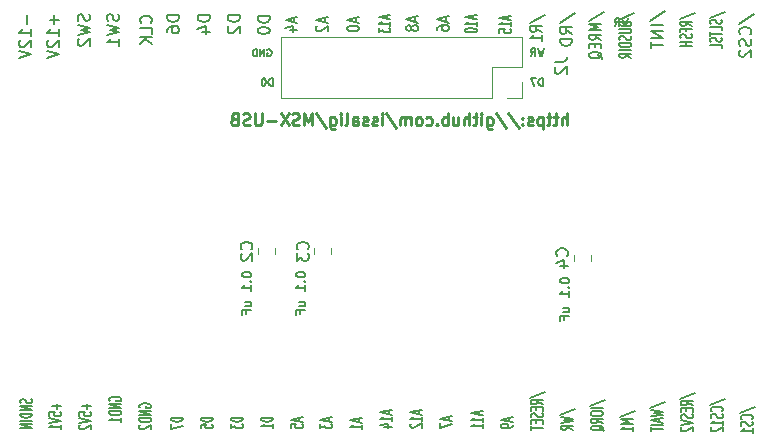
<source format=gbr>
G04 #@! TF.GenerationSoftware,KiCad,Pcbnew,5.1.5+dfsg1-2build2*
G04 #@! TF.CreationDate,2021-12-18T12:39:18+01:00*
G04 #@! TF.ProjectId,MSX USB Drive,4d535820-5553-4422-9044-726976652e6b,rev?*
G04 #@! TF.SameCoordinates,Original*
G04 #@! TF.FileFunction,Legend,Bot*
G04 #@! TF.FilePolarity,Positive*
%FSLAX46Y46*%
G04 Gerber Fmt 4.6, Leading zero omitted, Abs format (unit mm)*
G04 Created by KiCad (PCBNEW 5.1.5+dfsg1-2build2) date 2021-12-18 12:39:18*
%MOMM*%
%LPD*%
G04 APERTURE LIST*
%ADD10C,0.150000*%
%ADD11C,0.250000*%
%ADD12C,0.120000*%
G04 APERTURE END LIST*
D10*
X659771404Y683926547D02*
X659771404Y683850357D01*
X659809500Y683774166D01*
X659847595Y683736071D01*
X659923785Y683697976D01*
X660076166Y683659880D01*
X660266642Y683659880D01*
X660419023Y683697976D01*
X660495214Y683736071D01*
X660533309Y683774166D01*
X660571404Y683850357D01*
X660571404Y683926547D01*
X660533309Y684002738D01*
X660495214Y684040833D01*
X660419023Y684078928D01*
X660266642Y684117023D01*
X660076166Y684117023D01*
X659923785Y684078928D01*
X659847595Y684040833D01*
X659809500Y684002738D01*
X659771404Y683926547D01*
X660495214Y683317023D02*
X660533309Y683278928D01*
X660571404Y683317023D01*
X660533309Y683355119D01*
X660495214Y683317023D01*
X660571404Y683317023D01*
X660571404Y682517023D02*
X660571404Y682974166D01*
X660571404Y682745595D02*
X659771404Y682745595D01*
X659885690Y682821785D01*
X659961880Y682897976D01*
X659999976Y682974166D01*
X660038071Y681221785D02*
X660571404Y681221785D01*
X660038071Y681564642D02*
X660457119Y681564642D01*
X660533309Y681526547D01*
X660571404Y681450357D01*
X660571404Y681336071D01*
X660533309Y681259880D01*
X660495214Y681221785D01*
X660152357Y680574166D02*
X660152357Y680840833D01*
X660571404Y680840833D02*
X659771404Y680840833D01*
X659771404Y680459880D01*
X637419404Y684434547D02*
X637419404Y684358357D01*
X637457500Y684282166D01*
X637495595Y684244071D01*
X637571785Y684205976D01*
X637724166Y684167880D01*
X637914642Y684167880D01*
X638067023Y684205976D01*
X638143214Y684244071D01*
X638181309Y684282166D01*
X638219404Y684358357D01*
X638219404Y684434547D01*
X638181309Y684510738D01*
X638143214Y684548833D01*
X638067023Y684586928D01*
X637914642Y684625023D01*
X637724166Y684625023D01*
X637571785Y684586928D01*
X637495595Y684548833D01*
X637457500Y684510738D01*
X637419404Y684434547D01*
X638143214Y683825023D02*
X638181309Y683786928D01*
X638219404Y683825023D01*
X638181309Y683863119D01*
X638143214Y683825023D01*
X638219404Y683825023D01*
X638219404Y683025023D02*
X638219404Y683482166D01*
X638219404Y683253595D02*
X637419404Y683253595D01*
X637533690Y683329785D01*
X637609880Y683405976D01*
X637647976Y683482166D01*
X637686071Y681729785D02*
X638219404Y681729785D01*
X637686071Y682072642D02*
X638105119Y682072642D01*
X638181309Y682034547D01*
X638219404Y681958357D01*
X638219404Y681844071D01*
X638181309Y681767880D01*
X638143214Y681729785D01*
X637800357Y681082166D02*
X637800357Y681348833D01*
X638219404Y681348833D02*
X637419404Y681348833D01*
X637419404Y680967880D01*
X632847404Y684434547D02*
X632847404Y684358357D01*
X632885500Y684282166D01*
X632923595Y684244071D01*
X632999785Y684205976D01*
X633152166Y684167880D01*
X633342642Y684167880D01*
X633495023Y684205976D01*
X633571214Y684244071D01*
X633609309Y684282166D01*
X633647404Y684358357D01*
X633647404Y684434547D01*
X633609309Y684510738D01*
X633571214Y684548833D01*
X633495023Y684586928D01*
X633342642Y684625023D01*
X633152166Y684625023D01*
X632999785Y684586928D01*
X632923595Y684548833D01*
X632885500Y684510738D01*
X632847404Y684434547D01*
X633571214Y683825023D02*
X633609309Y683786928D01*
X633647404Y683825023D01*
X633609309Y683863119D01*
X633571214Y683825023D01*
X633647404Y683825023D01*
X633647404Y683025023D02*
X633647404Y683482166D01*
X633647404Y683253595D02*
X632847404Y683253595D01*
X632961690Y683329785D01*
X633037880Y683405976D01*
X633075976Y683482166D01*
X633114071Y681729785D02*
X633647404Y681729785D01*
X633114071Y682072642D02*
X633533119Y682072642D01*
X633609309Y682034547D01*
X633647404Y681958357D01*
X633647404Y681844071D01*
X633609309Y681767880D01*
X633571214Y681729785D01*
X633228357Y681082166D02*
X633228357Y681348833D01*
X633647404Y681348833D02*
X632847404Y681348833D01*
X632847404Y680967880D01*
D11*
X660366476Y697031619D02*
X660366476Y698031619D01*
X659937904Y697031619D02*
X659937904Y697555428D01*
X659985523Y697650666D01*
X660080761Y697698285D01*
X660223619Y697698285D01*
X660318857Y697650666D01*
X660366476Y697603047D01*
X659604571Y697698285D02*
X659223619Y697698285D01*
X659461714Y698031619D02*
X659461714Y697174476D01*
X659414095Y697079238D01*
X659318857Y697031619D01*
X659223619Y697031619D01*
X659033142Y697698285D02*
X658652190Y697698285D01*
X658890285Y698031619D02*
X658890285Y697174476D01*
X658842666Y697079238D01*
X658747428Y697031619D01*
X658652190Y697031619D01*
X658318857Y697698285D02*
X658318857Y696698285D01*
X658318857Y697650666D02*
X658223619Y697698285D01*
X658033142Y697698285D01*
X657937904Y697650666D01*
X657890285Y697603047D01*
X657842666Y697507809D01*
X657842666Y697222095D01*
X657890285Y697126857D01*
X657937904Y697079238D01*
X658033142Y697031619D01*
X658223619Y697031619D01*
X658318857Y697079238D01*
X657461714Y697079238D02*
X657366476Y697031619D01*
X657176000Y697031619D01*
X657080761Y697079238D01*
X657033142Y697174476D01*
X657033142Y697222095D01*
X657080761Y697317333D01*
X657176000Y697364952D01*
X657318857Y697364952D01*
X657414095Y697412571D01*
X657461714Y697507809D01*
X657461714Y697555428D01*
X657414095Y697650666D01*
X657318857Y697698285D01*
X657176000Y697698285D01*
X657080761Y697650666D01*
X656604571Y697126857D02*
X656556952Y697079238D01*
X656604571Y697031619D01*
X656652190Y697079238D01*
X656604571Y697126857D01*
X656604571Y697031619D01*
X656604571Y697650666D02*
X656556952Y697603047D01*
X656604571Y697555428D01*
X656652190Y697603047D01*
X656604571Y697650666D01*
X656604571Y697555428D01*
X655414095Y698079238D02*
X656271238Y696793523D01*
X654366476Y698079238D02*
X655223619Y696793523D01*
X653604571Y697698285D02*
X653604571Y696888761D01*
X653652190Y696793523D01*
X653699809Y696745904D01*
X653795047Y696698285D01*
X653937904Y696698285D01*
X654033142Y696745904D01*
X653604571Y697079238D02*
X653699809Y697031619D01*
X653890285Y697031619D01*
X653985523Y697079238D01*
X654033142Y697126857D01*
X654080761Y697222095D01*
X654080761Y697507809D01*
X654033142Y697603047D01*
X653985523Y697650666D01*
X653890285Y697698285D01*
X653699809Y697698285D01*
X653604571Y697650666D01*
X653128380Y697031619D02*
X653128380Y697698285D01*
X653128380Y698031619D02*
X653176000Y697984000D01*
X653128380Y697936380D01*
X653080761Y697984000D01*
X653128380Y698031619D01*
X653128380Y697936380D01*
X652795047Y697698285D02*
X652414095Y697698285D01*
X652652190Y698031619D02*
X652652190Y697174476D01*
X652604571Y697079238D01*
X652509333Y697031619D01*
X652414095Y697031619D01*
X652080761Y697031619D02*
X652080761Y698031619D01*
X651652190Y697031619D02*
X651652190Y697555428D01*
X651699809Y697650666D01*
X651795047Y697698285D01*
X651937904Y697698285D01*
X652033142Y697650666D01*
X652080761Y697603047D01*
X650747428Y697698285D02*
X650747428Y697031619D01*
X651176000Y697698285D02*
X651176000Y697174476D01*
X651128380Y697079238D01*
X651033142Y697031619D01*
X650890285Y697031619D01*
X650795047Y697079238D01*
X650747428Y697126857D01*
X650271238Y697031619D02*
X650271238Y698031619D01*
X650271238Y697650666D02*
X650176000Y697698285D01*
X649985523Y697698285D01*
X649890285Y697650666D01*
X649842666Y697603047D01*
X649795047Y697507809D01*
X649795047Y697222095D01*
X649842666Y697126857D01*
X649890285Y697079238D01*
X649985523Y697031619D01*
X650176000Y697031619D01*
X650271238Y697079238D01*
X649366476Y697126857D02*
X649318857Y697079238D01*
X649366476Y697031619D01*
X649414095Y697079238D01*
X649366476Y697126857D01*
X649366476Y697031619D01*
X648461714Y697079238D02*
X648556952Y697031619D01*
X648747428Y697031619D01*
X648842666Y697079238D01*
X648890285Y697126857D01*
X648937904Y697222095D01*
X648937904Y697507809D01*
X648890285Y697603047D01*
X648842666Y697650666D01*
X648747428Y697698285D01*
X648556952Y697698285D01*
X648461714Y697650666D01*
X647890285Y697031619D02*
X647985523Y697079238D01*
X648033142Y697126857D01*
X648080761Y697222095D01*
X648080761Y697507809D01*
X648033142Y697603047D01*
X647985523Y697650666D01*
X647890285Y697698285D01*
X647747428Y697698285D01*
X647652190Y697650666D01*
X647604571Y697603047D01*
X647556952Y697507809D01*
X647556952Y697222095D01*
X647604571Y697126857D01*
X647652190Y697079238D01*
X647747428Y697031619D01*
X647890285Y697031619D01*
X647128380Y697031619D02*
X647128380Y697698285D01*
X647128380Y697603047D02*
X647080761Y697650666D01*
X646985523Y697698285D01*
X646842666Y697698285D01*
X646747428Y697650666D01*
X646699809Y697555428D01*
X646699809Y697031619D01*
X646699809Y697555428D02*
X646652190Y697650666D01*
X646556952Y697698285D01*
X646414095Y697698285D01*
X646318857Y697650666D01*
X646271238Y697555428D01*
X646271238Y697031619D01*
X645080761Y698079238D02*
X645937904Y696793523D01*
X644747428Y697031619D02*
X644747428Y697698285D01*
X644747428Y698031619D02*
X644795047Y697984000D01*
X644747428Y697936380D01*
X644699809Y697984000D01*
X644747428Y698031619D01*
X644747428Y697936380D01*
X644318857Y697079238D02*
X644223619Y697031619D01*
X644033142Y697031619D01*
X643937904Y697079238D01*
X643890285Y697174476D01*
X643890285Y697222095D01*
X643937904Y697317333D01*
X644033142Y697364952D01*
X644176000Y697364952D01*
X644271238Y697412571D01*
X644318857Y697507809D01*
X644318857Y697555428D01*
X644271238Y697650666D01*
X644176000Y697698285D01*
X644033142Y697698285D01*
X643937904Y697650666D01*
X643509333Y697079238D02*
X643414095Y697031619D01*
X643223619Y697031619D01*
X643128380Y697079238D01*
X643080761Y697174476D01*
X643080761Y697222095D01*
X643128380Y697317333D01*
X643223619Y697364952D01*
X643366476Y697364952D01*
X643461714Y697412571D01*
X643509333Y697507809D01*
X643509333Y697555428D01*
X643461714Y697650666D01*
X643366476Y697698285D01*
X643223619Y697698285D01*
X643128380Y697650666D01*
X642223619Y697031619D02*
X642223619Y697555428D01*
X642271238Y697650666D01*
X642366476Y697698285D01*
X642556952Y697698285D01*
X642652190Y697650666D01*
X642223619Y697079238D02*
X642318857Y697031619D01*
X642556952Y697031619D01*
X642652190Y697079238D01*
X642699809Y697174476D01*
X642699809Y697269714D01*
X642652190Y697364952D01*
X642556952Y697412571D01*
X642318857Y697412571D01*
X642223619Y697460190D01*
X641604571Y697031619D02*
X641699809Y697079238D01*
X641747428Y697174476D01*
X641747428Y698031619D01*
X641223619Y697031619D02*
X641223619Y697698285D01*
X641223619Y698031619D02*
X641271238Y697984000D01*
X641223619Y697936380D01*
X641176000Y697984000D01*
X641223619Y698031619D01*
X641223619Y697936380D01*
X640318857Y697698285D02*
X640318857Y696888761D01*
X640366476Y696793523D01*
X640414095Y696745904D01*
X640509333Y696698285D01*
X640652190Y696698285D01*
X640747428Y696745904D01*
X640318857Y697079238D02*
X640414095Y697031619D01*
X640604571Y697031619D01*
X640699809Y697079238D01*
X640747428Y697126857D01*
X640795047Y697222095D01*
X640795047Y697507809D01*
X640747428Y697603047D01*
X640699809Y697650666D01*
X640604571Y697698285D01*
X640414095Y697698285D01*
X640318857Y697650666D01*
X639128380Y698079238D02*
X639985523Y696793523D01*
X638795047Y697031619D02*
X638795047Y698031619D01*
X638461714Y697317333D01*
X638128380Y698031619D01*
X638128380Y697031619D01*
X637699809Y697079238D02*
X637556952Y697031619D01*
X637318857Y697031619D01*
X637223619Y697079238D01*
X637176000Y697126857D01*
X637128380Y697222095D01*
X637128380Y697317333D01*
X637176000Y697412571D01*
X637223619Y697460190D01*
X637318857Y697507809D01*
X637509333Y697555428D01*
X637604571Y697603047D01*
X637652190Y697650666D01*
X637699809Y697745904D01*
X637699809Y697841142D01*
X637652190Y697936380D01*
X637604571Y697984000D01*
X637509333Y698031619D01*
X637271238Y698031619D01*
X637128380Y697984000D01*
X636795047Y698031619D02*
X636128380Y697031619D01*
X636128380Y698031619D02*
X636795047Y697031619D01*
X635747428Y697412571D02*
X634985523Y697412571D01*
X634509333Y698031619D02*
X634509333Y697222095D01*
X634461714Y697126857D01*
X634414095Y697079238D01*
X634318857Y697031619D01*
X634128380Y697031619D01*
X634033142Y697079238D01*
X633985523Y697126857D01*
X633937904Y697222095D01*
X633937904Y698031619D01*
X633509333Y697079238D02*
X633366476Y697031619D01*
X633128380Y697031619D01*
X633033142Y697079238D01*
X632985523Y697126857D01*
X632937904Y697222095D01*
X632937904Y697317333D01*
X632985523Y697412571D01*
X633033142Y697460190D01*
X633128380Y697507809D01*
X633318857Y697555428D01*
X633414095Y697603047D01*
X633461714Y697650666D01*
X633509333Y697745904D01*
X633509333Y697841142D01*
X633461714Y697936380D01*
X633414095Y697984000D01*
X633318857Y698031619D01*
X633080761Y698031619D01*
X632937904Y697984000D01*
X632176000Y697555428D02*
X632033142Y697507809D01*
X631985523Y697460190D01*
X631937904Y697364952D01*
X631937904Y697222095D01*
X631985523Y697126857D01*
X632033142Y697079238D01*
X632128380Y697031619D01*
X632509333Y697031619D01*
X632509333Y698031619D01*
X632176000Y698031619D01*
X632080761Y697984000D01*
X632033142Y697936380D01*
X631985523Y697841142D01*
X631985523Y697745904D01*
X632033142Y697650666D01*
X632080761Y697603047D01*
X632176000Y697555428D01*
X632509333Y697555428D01*
D10*
X665529142Y706067571D02*
X665386285Y705467571D01*
X665272000Y705896142D01*
X665157714Y705467571D01*
X665014857Y706067571D01*
X664443428Y705467571D02*
X664643428Y705753285D01*
X664786285Y705467571D02*
X664786285Y706067571D01*
X664557714Y706067571D01*
X664500571Y706039000D01*
X664472000Y706010428D01*
X664443428Y705953285D01*
X664443428Y705867571D01*
X664472000Y705810428D01*
X664500571Y705781857D01*
X664557714Y705753285D01*
X664786285Y705753285D01*
X635442857Y700387571D02*
X635442857Y700987571D01*
X635300000Y700987571D01*
X635214285Y700959000D01*
X635157142Y700901857D01*
X635128571Y700844714D01*
X635100000Y700730428D01*
X635100000Y700644714D01*
X635128571Y700530428D01*
X635157142Y700473285D01*
X635214285Y700416142D01*
X635300000Y700387571D01*
X635442857Y700387571D01*
X634728571Y700987571D02*
X634671428Y700987571D01*
X634614285Y700959000D01*
X634585714Y700930428D01*
X634557142Y700873285D01*
X634528571Y700759000D01*
X634528571Y700616142D01*
X634557142Y700501857D01*
X634585714Y700444714D01*
X634614285Y700416142D01*
X634671428Y700387571D01*
X634728571Y700387571D01*
X634785714Y700416142D01*
X634814285Y700444714D01*
X634842857Y700501857D01*
X634871428Y700616142D01*
X634871428Y700759000D01*
X634842857Y700873285D01*
X634814285Y700930428D01*
X634785714Y700959000D01*
X634728571Y700987571D01*
X658302857Y700387571D02*
X658302857Y700987571D01*
X658160000Y700987571D01*
X658074285Y700959000D01*
X658017142Y700901857D01*
X657988571Y700844714D01*
X657960000Y700730428D01*
X657960000Y700644714D01*
X657988571Y700530428D01*
X658017142Y700473285D01*
X658074285Y700416142D01*
X658160000Y700387571D01*
X658302857Y700387571D01*
X657760000Y700987571D02*
X657360000Y700987571D01*
X657617142Y700387571D01*
X635012642Y703435500D02*
X635069785Y703464071D01*
X635155500Y703464071D01*
X635241214Y703435500D01*
X635298357Y703378357D01*
X635326928Y703321214D01*
X635355500Y703206928D01*
X635355500Y703121214D01*
X635326928Y703006928D01*
X635298357Y702949785D01*
X635241214Y702892642D01*
X635155500Y702864071D01*
X635098357Y702864071D01*
X635012642Y702892642D01*
X634984071Y702921214D01*
X634984071Y703121214D01*
X635098357Y703121214D01*
X634726928Y702864071D02*
X634726928Y703464071D01*
X634384071Y702864071D01*
X634384071Y703464071D01*
X634098357Y702864071D02*
X634098357Y703464071D01*
X633955500Y703464071D01*
X633869785Y703435500D01*
X633812642Y703378357D01*
X633784071Y703321214D01*
X633755500Y703206928D01*
X633755500Y703121214D01*
X633784071Y703006928D01*
X633812642Y702949785D01*
X633869785Y702892642D01*
X633955500Y702864071D01*
X634098357Y702864071D01*
X658417142Y703527571D02*
X658274285Y702927571D01*
X658160000Y703356142D01*
X658045714Y702927571D01*
X657902857Y703527571D01*
X657331428Y702927571D02*
X657531428Y703213285D01*
X657674285Y702927571D02*
X657674285Y703527571D01*
X657445714Y703527571D01*
X657388571Y703499000D01*
X657360000Y703470428D01*
X657331428Y703413285D01*
X657331428Y703327571D01*
X657360000Y703270428D01*
X657388571Y703241857D01*
X657445714Y703213285D01*
X657674285Y703213285D01*
X614624428Y706357904D02*
X614624428Y705596000D01*
X615005380Y704596000D02*
X615005380Y705167428D01*
X615005380Y704881714D02*
X614005380Y704881714D01*
X614148238Y704976952D01*
X614243476Y705072190D01*
X614291095Y705167428D01*
X614100619Y704215047D02*
X614053000Y704167428D01*
X614005380Y704072190D01*
X614005380Y703834095D01*
X614053000Y703738857D01*
X614100619Y703691238D01*
X614195857Y703643619D01*
X614291095Y703643619D01*
X614433952Y703691238D01*
X615005380Y704262666D01*
X615005380Y703643619D01*
X614005380Y703357904D02*
X615005380Y703024571D01*
X614005380Y702691238D01*
X616973928Y706357904D02*
X616973928Y705596000D01*
X617354880Y705976952D02*
X616592976Y705976952D01*
X617354880Y704596000D02*
X617354880Y705167428D01*
X617354880Y704881714D02*
X616354880Y704881714D01*
X616497738Y704976952D01*
X616592976Y705072190D01*
X616640595Y705167428D01*
X616450119Y704215047D02*
X616402500Y704167428D01*
X616354880Y704072190D01*
X616354880Y703834095D01*
X616402500Y703738857D01*
X616450119Y703691238D01*
X616545357Y703643619D01*
X616640595Y703643619D01*
X616783452Y703691238D01*
X617354880Y704262666D01*
X617354880Y703643619D01*
X616354880Y703357904D02*
X617354880Y703024571D01*
X616354880Y702691238D01*
X622387261Y706437333D02*
X622434880Y706294476D01*
X622434880Y706056380D01*
X622387261Y705961142D01*
X622339642Y705913523D01*
X622244404Y705865904D01*
X622149166Y705865904D01*
X622053928Y705913523D01*
X622006309Y705961142D01*
X621958690Y706056380D01*
X621911071Y706246857D01*
X621863452Y706342095D01*
X621815833Y706389714D01*
X621720595Y706437333D01*
X621625357Y706437333D01*
X621530119Y706389714D01*
X621482500Y706342095D01*
X621434880Y706246857D01*
X621434880Y706008761D01*
X621482500Y705865904D01*
X621434880Y705532571D02*
X622434880Y705294476D01*
X621720595Y705104000D01*
X622434880Y704913523D01*
X621434880Y704675428D01*
X622434880Y703770666D02*
X622434880Y704342095D01*
X622434880Y704056380D02*
X621434880Y704056380D01*
X621577738Y704151619D01*
X621672976Y704246857D01*
X621720595Y704342095D01*
X619910761Y706437333D02*
X619958380Y706294476D01*
X619958380Y706056380D01*
X619910761Y705961142D01*
X619863142Y705913523D01*
X619767904Y705865904D01*
X619672666Y705865904D01*
X619577428Y705913523D01*
X619529809Y705961142D01*
X619482190Y706056380D01*
X619434571Y706246857D01*
X619386952Y706342095D01*
X619339333Y706389714D01*
X619244095Y706437333D01*
X619148857Y706437333D01*
X619053619Y706389714D01*
X619006000Y706342095D01*
X618958380Y706246857D01*
X618958380Y706008761D01*
X619006000Y705865904D01*
X618958380Y705532571D02*
X619958380Y705294476D01*
X619244095Y705104000D01*
X619958380Y704913523D01*
X618958380Y704675428D01*
X619053619Y704342095D02*
X619006000Y704294476D01*
X618958380Y704199238D01*
X618958380Y703961142D01*
X619006000Y703865904D01*
X619053619Y703818285D01*
X619148857Y703770666D01*
X619244095Y703770666D01*
X619386952Y703818285D01*
X619958380Y704389714D01*
X619958380Y703770666D01*
X627514880Y706350095D02*
X626514880Y706350095D01*
X626514880Y706112000D01*
X626562500Y705969142D01*
X626657738Y705873904D01*
X626752976Y705826285D01*
X626943452Y705778666D01*
X627086309Y705778666D01*
X627276785Y705826285D01*
X627372023Y705873904D01*
X627467261Y705969142D01*
X627514880Y706112000D01*
X627514880Y706350095D01*
X626514880Y704921523D02*
X626514880Y705112000D01*
X626562500Y705207238D01*
X626610119Y705254857D01*
X626752976Y705350095D01*
X626943452Y705397714D01*
X627324404Y705397714D01*
X627419642Y705350095D01*
X627467261Y705302476D01*
X627514880Y705207238D01*
X627514880Y705016761D01*
X627467261Y704921523D01*
X627419642Y704873904D01*
X627324404Y704826285D01*
X627086309Y704826285D01*
X626991071Y704873904D01*
X626943452Y704921523D01*
X626895833Y705016761D01*
X626895833Y705207238D01*
X626943452Y705302476D01*
X626991071Y705350095D01*
X627086309Y705397714D01*
X625133642Y705699238D02*
X625181261Y705746857D01*
X625228880Y705889714D01*
X625228880Y705984952D01*
X625181261Y706127809D01*
X625086023Y706223047D01*
X624990785Y706270666D01*
X624800309Y706318285D01*
X624657452Y706318285D01*
X624466976Y706270666D01*
X624371738Y706223047D01*
X624276500Y706127809D01*
X624228880Y705984952D01*
X624228880Y705889714D01*
X624276500Y705746857D01*
X624324119Y705699238D01*
X625228880Y704794476D02*
X625228880Y705270666D01*
X624228880Y705270666D01*
X625228880Y704461142D02*
X624228880Y704461142D01*
X625228880Y703889714D02*
X624657452Y704318285D01*
X624228880Y703889714D02*
X624800309Y704461142D01*
X632658380Y706350095D02*
X631658380Y706350095D01*
X631658380Y706112000D01*
X631706000Y705969142D01*
X631801238Y705873904D01*
X631896476Y705826285D01*
X632086952Y705778666D01*
X632229809Y705778666D01*
X632420285Y705826285D01*
X632515523Y705873904D01*
X632610761Y705969142D01*
X632658380Y706112000D01*
X632658380Y706350095D01*
X631753619Y705397714D02*
X631706000Y705350095D01*
X631658380Y705254857D01*
X631658380Y705016761D01*
X631706000Y704921523D01*
X631753619Y704873904D01*
X631848857Y704826285D01*
X631944095Y704826285D01*
X632086952Y704873904D01*
X632658380Y705445333D01*
X632658380Y704826285D01*
X630118380Y706350095D02*
X629118380Y706350095D01*
X629118380Y706112000D01*
X629166000Y705969142D01*
X629261238Y705873904D01*
X629356476Y705826285D01*
X629546952Y705778666D01*
X629689809Y705778666D01*
X629880285Y705826285D01*
X629975523Y705873904D01*
X630070761Y705969142D01*
X630118380Y706112000D01*
X630118380Y706350095D01*
X629451714Y704921523D02*
X630118380Y704921523D01*
X629070761Y705159619D02*
X629785047Y705397714D01*
X629785047Y704778666D01*
X637262166Y706119928D02*
X637262166Y705738976D01*
X637547880Y706196119D02*
X636547880Y705929452D01*
X637547880Y705662785D01*
X636881214Y705053261D02*
X637547880Y705053261D01*
X636500261Y705243738D02*
X637214547Y705434214D01*
X637214547Y704938976D01*
X635198380Y706286595D02*
X634198380Y706286595D01*
X634198380Y706048500D01*
X634246000Y705905642D01*
X634341238Y705810404D01*
X634436476Y705762785D01*
X634626952Y705715166D01*
X634769809Y705715166D01*
X634960285Y705762785D01*
X635055523Y705810404D01*
X635150761Y705905642D01*
X635198380Y706048500D01*
X635198380Y706286595D01*
X634198380Y705096119D02*
X634198380Y705000880D01*
X634246000Y704905642D01*
X634293619Y704858023D01*
X634388857Y704810404D01*
X634579333Y704762785D01*
X634817428Y704762785D01*
X635007904Y704810404D01*
X635103142Y704858023D01*
X635150761Y704905642D01*
X635198380Y705000880D01*
X635198380Y705096119D01*
X635150761Y705191357D01*
X635103142Y705238976D01*
X635007904Y705286595D01*
X634817428Y705334214D01*
X634579333Y705334214D01*
X634388857Y705286595D01*
X634293619Y705238976D01*
X634246000Y705191357D01*
X634198380Y705096119D01*
X642469166Y706119928D02*
X642469166Y705738976D01*
X642754880Y706196119D02*
X641754880Y705929452D01*
X642754880Y705662785D01*
X641754880Y705243738D02*
X641754880Y705167547D01*
X641802500Y705091357D01*
X641850119Y705053261D01*
X641945357Y705015166D01*
X642135833Y704977071D01*
X642373928Y704977071D01*
X642564404Y705015166D01*
X642659642Y705053261D01*
X642707261Y705091357D01*
X642754880Y705167547D01*
X642754880Y705243738D01*
X642707261Y705319928D01*
X642659642Y705358023D01*
X642564404Y705396119D01*
X642373928Y705434214D01*
X642135833Y705434214D01*
X641945357Y705396119D01*
X641850119Y705358023D01*
X641802500Y705319928D01*
X641754880Y705243738D01*
X639865666Y706119928D02*
X639865666Y705738976D01*
X640151380Y706196119D02*
X639151380Y705929452D01*
X640151380Y705662785D01*
X639246619Y705434214D02*
X639199000Y705396119D01*
X639151380Y705319928D01*
X639151380Y705129452D01*
X639199000Y705053261D01*
X639246619Y705015166D01*
X639341857Y704977071D01*
X639437095Y704977071D01*
X639579952Y705015166D01*
X640151380Y705472309D01*
X640151380Y704977071D01*
X647485666Y706183428D02*
X647485666Y705802476D01*
X647771380Y706259619D02*
X646771380Y705992952D01*
X647771380Y705726285D01*
X647199952Y705345333D02*
X647152333Y705421523D01*
X647104714Y705459619D01*
X647009476Y705497714D01*
X646961857Y705497714D01*
X646866619Y705459619D01*
X646819000Y705421523D01*
X646771380Y705345333D01*
X646771380Y705192952D01*
X646819000Y705116761D01*
X646866619Y705078666D01*
X646961857Y705040571D01*
X647009476Y705040571D01*
X647104714Y705078666D01*
X647152333Y705116761D01*
X647199952Y705192952D01*
X647199952Y705345333D01*
X647247571Y705421523D01*
X647295190Y705459619D01*
X647390428Y705497714D01*
X647580904Y705497714D01*
X647676142Y705459619D01*
X647723761Y705421523D01*
X647771380Y705345333D01*
X647771380Y705192952D01*
X647723761Y705116761D01*
X647676142Y705078666D01*
X647580904Y705040571D01*
X647390428Y705040571D01*
X647295190Y705078666D01*
X647247571Y705116761D01*
X647199952Y705192952D01*
X645136166Y706326285D02*
X645136166Y706040571D01*
X645421880Y706383428D02*
X644421880Y706183428D01*
X645421880Y705983428D01*
X645421880Y705469142D02*
X645421880Y705812000D01*
X645421880Y705640571D02*
X644421880Y705640571D01*
X644564738Y705697714D01*
X644659976Y705754857D01*
X644707595Y705812000D01*
X644421880Y705269142D02*
X644421880Y704897714D01*
X644802833Y705097714D01*
X644802833Y705012000D01*
X644850452Y704954857D01*
X644898071Y704926285D01*
X644993309Y704897714D01*
X645231404Y704897714D01*
X645326642Y704926285D01*
X645374261Y704954857D01*
X645421880Y705012000D01*
X645421880Y705183428D01*
X645374261Y705240571D01*
X645326642Y705269142D01*
X652438666Y706326285D02*
X652438666Y706040571D01*
X652724380Y706383428D02*
X651724380Y706183428D01*
X652724380Y705983428D01*
X652724380Y705469142D02*
X652724380Y705812000D01*
X652724380Y705640571D02*
X651724380Y705640571D01*
X651867238Y705697714D01*
X651962476Y705754857D01*
X652010095Y705812000D01*
X651724380Y705097714D02*
X651724380Y705040571D01*
X651772000Y704983428D01*
X651819619Y704954857D01*
X651914857Y704926285D01*
X652105333Y704897714D01*
X652343428Y704897714D01*
X652533904Y704926285D01*
X652629142Y704954857D01*
X652676761Y704983428D01*
X652724380Y705040571D01*
X652724380Y705097714D01*
X652676761Y705154857D01*
X652629142Y705183428D01*
X652533904Y705212000D01*
X652343428Y705240571D01*
X652105333Y705240571D01*
X651914857Y705212000D01*
X651819619Y705183428D01*
X651772000Y705154857D01*
X651724380Y705097714D01*
X650089166Y706183428D02*
X650089166Y705802476D01*
X650374880Y706259619D02*
X649374880Y705992952D01*
X650374880Y705726285D01*
X649374880Y705116761D02*
X649374880Y705269142D01*
X649422500Y705345333D01*
X649470119Y705383428D01*
X649612976Y705459619D01*
X649803452Y705497714D01*
X650184404Y705497714D01*
X650279642Y705459619D01*
X650327261Y705421523D01*
X650374880Y705345333D01*
X650374880Y705192952D01*
X650327261Y705116761D01*
X650279642Y705078666D01*
X650184404Y705040571D01*
X649946309Y705040571D01*
X649851071Y705078666D01*
X649803452Y705116761D01*
X649755833Y705192952D01*
X649755833Y705345333D01*
X649803452Y705421523D01*
X649851071Y705459619D01*
X649946309Y705497714D01*
X657201261Y705669095D02*
X658486976Y706354809D01*
X658248880Y704945285D02*
X657772690Y705211952D01*
X658248880Y705402428D02*
X657248880Y705402428D01*
X657248880Y705097666D01*
X657296500Y705021476D01*
X657344119Y704983380D01*
X657439357Y704945285D01*
X657582214Y704945285D01*
X657677452Y704983380D01*
X657725071Y705021476D01*
X657772690Y705097666D01*
X657772690Y705402428D01*
X658248880Y704183380D02*
X658248880Y704640523D01*
X658248880Y704411952D02*
X657248880Y704411952D01*
X657391738Y704488142D01*
X657486976Y704564333D01*
X657534595Y704640523D01*
X655359666Y706262785D02*
X655359666Y705977071D01*
X655645380Y706319928D02*
X654645380Y706119928D01*
X655645380Y705919928D01*
X655645380Y705405642D02*
X655645380Y705748500D01*
X655645380Y705577071D02*
X654645380Y705577071D01*
X654788238Y705634214D01*
X654883476Y705691357D01*
X654931095Y705748500D01*
X654645380Y704862785D02*
X654645380Y705148500D01*
X655121571Y705177071D01*
X655073952Y705148500D01*
X655026333Y705091357D01*
X655026333Y704948500D01*
X655073952Y704891357D01*
X655121571Y704862785D01*
X655216809Y704834214D01*
X655454904Y704834214D01*
X655550142Y704862785D01*
X655597761Y704891357D01*
X655645380Y704948500D01*
X655645380Y705091357D01*
X655597761Y705148500D01*
X655550142Y705177071D01*
X662217761Y705891238D02*
X663503476Y706576952D01*
X663265380Y705624571D02*
X662265380Y705624571D01*
X662979666Y705357904D01*
X662265380Y705091238D01*
X663265380Y705091238D01*
X663265380Y704253142D02*
X662789190Y704519809D01*
X663265380Y704710285D02*
X662265380Y704710285D01*
X662265380Y704405523D01*
X662313000Y704329333D01*
X662360619Y704291238D01*
X662455857Y704253142D01*
X662598714Y704253142D01*
X662693952Y704291238D01*
X662741571Y704329333D01*
X662789190Y704405523D01*
X662789190Y704710285D01*
X662741571Y703910285D02*
X662741571Y703643619D01*
X663265380Y703529333D02*
X663265380Y703910285D01*
X662265380Y703910285D01*
X662265380Y703529333D01*
X663360619Y702653142D02*
X663313000Y702729333D01*
X663217761Y702805523D01*
X663074904Y702919809D01*
X663027285Y702996000D01*
X663027285Y703072190D01*
X663265380Y703034095D02*
X663217761Y703110285D01*
X663122523Y703186476D01*
X662932047Y703224571D01*
X662598714Y703224571D01*
X662408238Y703186476D01*
X662313000Y703110285D01*
X662265380Y703034095D01*
X662265380Y702881714D01*
X662313000Y702805523D01*
X662408238Y702729333D01*
X662598714Y702691238D01*
X662932047Y702691238D01*
X663122523Y702729333D01*
X663217761Y702805523D01*
X663265380Y702881714D01*
X663265380Y703034095D01*
X659741261Y705675428D02*
X661026976Y706532571D01*
X660788880Y704770666D02*
X660312690Y705104000D01*
X660788880Y705342095D02*
X659788880Y705342095D01*
X659788880Y704961142D01*
X659836500Y704865904D01*
X659884119Y704818285D01*
X659979357Y704770666D01*
X660122214Y704770666D01*
X660217452Y704818285D01*
X660265071Y704865904D01*
X660312690Y704961142D01*
X660312690Y705342095D01*
X660788880Y704342095D02*
X659788880Y704342095D01*
X659788880Y704104000D01*
X659836500Y703961142D01*
X659931738Y703865904D01*
X660026976Y703818285D01*
X660217452Y703770666D01*
X660360309Y703770666D01*
X660550785Y703818285D01*
X660646023Y703865904D01*
X660741261Y703961142D01*
X660788880Y704104000D01*
X660788880Y704342095D01*
X667424761Y705818285D02*
X668710476Y706675428D01*
X668472380Y705484952D02*
X667472380Y705484952D01*
X668472380Y705008761D02*
X667472380Y705008761D01*
X668472380Y704437333D01*
X667472380Y704437333D01*
X667472380Y704104000D02*
X667472380Y703532571D01*
X668472380Y703818285D02*
X667472380Y703818285D01*
X664757761Y705981714D02*
X666043476Y706496000D01*
X665281571Y705581714D02*
X665329190Y705496000D01*
X665376809Y705467428D01*
X665472047Y705438857D01*
X665614904Y705438857D01*
X665710142Y705467428D01*
X665757761Y705496000D01*
X665805380Y705553142D01*
X665805380Y705781714D01*
X664805380Y705781714D01*
X664805380Y705581714D01*
X664853000Y705524571D01*
X664900619Y705496000D01*
X664995857Y705467428D01*
X665091095Y705467428D01*
X665186333Y705496000D01*
X665233952Y705524571D01*
X665281571Y705581714D01*
X665281571Y705781714D01*
X664805380Y705181714D02*
X665614904Y705181714D01*
X665710142Y705153142D01*
X665757761Y705124571D01*
X665805380Y705067428D01*
X665805380Y704953142D01*
X665757761Y704896000D01*
X665710142Y704867428D01*
X665614904Y704838857D01*
X664805380Y704838857D01*
X665757761Y704581714D02*
X665805380Y704496000D01*
X665805380Y704353142D01*
X665757761Y704296000D01*
X665710142Y704267428D01*
X665614904Y704238857D01*
X665519666Y704238857D01*
X665424428Y704267428D01*
X665376809Y704296000D01*
X665329190Y704353142D01*
X665281571Y704467428D01*
X665233952Y704524571D01*
X665186333Y704553142D01*
X665091095Y704581714D01*
X664995857Y704581714D01*
X664900619Y704553142D01*
X664853000Y704524571D01*
X664805380Y704467428D01*
X664805380Y704324571D01*
X664853000Y704238857D01*
X665805380Y703981714D02*
X664805380Y703981714D01*
X664805380Y703838857D01*
X664853000Y703753142D01*
X664948238Y703696000D01*
X665043476Y703667428D01*
X665233952Y703638857D01*
X665376809Y703638857D01*
X665567285Y703667428D01*
X665662523Y703696000D01*
X665757761Y703753142D01*
X665805380Y703838857D01*
X665805380Y703981714D01*
X665805380Y703381714D02*
X664805380Y703381714D01*
X665805380Y702753142D02*
X665329190Y702953142D01*
X665805380Y703096000D02*
X664805380Y703096000D01*
X664805380Y702867428D01*
X664853000Y702810285D01*
X664900619Y702781714D01*
X664995857Y702753142D01*
X665138714Y702753142D01*
X665233952Y702781714D01*
X665281571Y702810285D01*
X665329190Y702867428D01*
X665329190Y703096000D01*
X672441261Y706132571D02*
X673726976Y706646857D01*
X673441261Y705961142D02*
X673488880Y705875428D01*
X673488880Y705732571D01*
X673441261Y705675428D01*
X673393642Y705646857D01*
X673298404Y705618285D01*
X673203166Y705618285D01*
X673107928Y705646857D01*
X673060309Y705675428D01*
X673012690Y705732571D01*
X672965071Y705846857D01*
X672917452Y705904000D01*
X672869833Y705932571D01*
X672774595Y705961142D01*
X672679357Y705961142D01*
X672584119Y705932571D01*
X672536500Y705904000D01*
X672488880Y705846857D01*
X672488880Y705704000D01*
X672536500Y705618285D01*
X673488880Y705075428D02*
X673488880Y705361142D01*
X672488880Y705361142D01*
X672488880Y704961142D02*
X672488880Y704618285D01*
X673488880Y704789714D02*
X672488880Y704789714D01*
X673441261Y704446857D02*
X673488880Y704361142D01*
X673488880Y704218285D01*
X673441261Y704161142D01*
X673393642Y704132571D01*
X673298404Y704104000D01*
X673203166Y704104000D01*
X673107928Y704132571D01*
X673060309Y704161142D01*
X673012690Y704218285D01*
X672965071Y704332571D01*
X672917452Y704389714D01*
X672869833Y704418285D01*
X672774595Y704446857D01*
X672679357Y704446857D01*
X672584119Y704418285D01*
X672536500Y704389714D01*
X672488880Y704332571D01*
X672488880Y704189714D01*
X672536500Y704104000D01*
X673488880Y703561142D02*
X673488880Y703846857D01*
X672488880Y703846857D01*
X669901261Y706004000D02*
X671186976Y706518285D01*
X670948880Y705461142D02*
X670472690Y705661142D01*
X670948880Y705804000D02*
X669948880Y705804000D01*
X669948880Y705575428D01*
X669996500Y705518285D01*
X670044119Y705489714D01*
X670139357Y705461142D01*
X670282214Y705461142D01*
X670377452Y705489714D01*
X670425071Y705518285D01*
X670472690Y705575428D01*
X670472690Y705804000D01*
X670425071Y705004000D02*
X670425071Y705204000D01*
X670948880Y705204000D02*
X669948880Y705204000D01*
X669948880Y704918285D01*
X670901261Y704718285D02*
X670948880Y704632571D01*
X670948880Y704489714D01*
X670901261Y704432571D01*
X670853642Y704404000D01*
X670758404Y704375428D01*
X670663166Y704375428D01*
X670567928Y704404000D01*
X670520309Y704432571D01*
X670472690Y704489714D01*
X670425071Y704604000D01*
X670377452Y704661142D01*
X670329833Y704689714D01*
X670234595Y704718285D01*
X670139357Y704718285D01*
X670044119Y704689714D01*
X669996500Y704661142D01*
X669948880Y704604000D01*
X669948880Y704461142D01*
X669996500Y704375428D01*
X670948880Y704118285D02*
X669948880Y704118285D01*
X670425071Y704118285D02*
X670425071Y703775428D01*
X670948880Y703775428D02*
X669948880Y703775428D01*
X674917761Y705619809D02*
X676203476Y706476952D01*
X675870142Y704715047D02*
X675917761Y704762666D01*
X675965380Y704905523D01*
X675965380Y705000761D01*
X675917761Y705143619D01*
X675822523Y705238857D01*
X675727285Y705286476D01*
X675536809Y705334095D01*
X675393952Y705334095D01*
X675203476Y705286476D01*
X675108238Y705238857D01*
X675013000Y705143619D01*
X674965380Y705000761D01*
X674965380Y704905523D01*
X675013000Y704762666D01*
X675060619Y704715047D01*
X675917761Y704334095D02*
X675965380Y704191238D01*
X675965380Y703953142D01*
X675917761Y703857904D01*
X675870142Y703810285D01*
X675774904Y703762666D01*
X675679666Y703762666D01*
X675584428Y703810285D01*
X675536809Y703857904D01*
X675489190Y703953142D01*
X675441571Y704143619D01*
X675393952Y704238857D01*
X675346333Y704286476D01*
X675251095Y704334095D01*
X675155857Y704334095D01*
X675060619Y704286476D01*
X675013000Y704238857D01*
X674965380Y704143619D01*
X674965380Y703905523D01*
X675013000Y703762666D01*
X675060619Y703381714D02*
X675013000Y703334095D01*
X674965380Y703238857D01*
X674965380Y703000761D01*
X675013000Y702905523D01*
X675060619Y702857904D01*
X675155857Y702810285D01*
X675251095Y702810285D01*
X675393952Y702857904D01*
X675965380Y703429333D01*
X675965380Y702810285D01*
X615021261Y673834857D02*
X615068880Y673749142D01*
X615068880Y673606285D01*
X615021261Y673549142D01*
X614973642Y673520571D01*
X614878404Y673492000D01*
X614783166Y673492000D01*
X614687928Y673520571D01*
X614640309Y673549142D01*
X614592690Y673606285D01*
X614545071Y673720571D01*
X614497452Y673777714D01*
X614449833Y673806285D01*
X614354595Y673834857D01*
X614259357Y673834857D01*
X614164119Y673806285D01*
X614116500Y673777714D01*
X614068880Y673720571D01*
X614068880Y673577714D01*
X614116500Y673492000D01*
X615068880Y673234857D02*
X614068880Y673234857D01*
X615068880Y672892000D01*
X614068880Y672892000D01*
X615068880Y672606285D02*
X614068880Y672606285D01*
X614068880Y672463428D01*
X614116500Y672377714D01*
X614211738Y672320571D01*
X614306976Y672292000D01*
X614497452Y672263428D01*
X614640309Y672263428D01*
X614830785Y672292000D01*
X614926023Y672320571D01*
X615021261Y672377714D01*
X615068880Y672463428D01*
X615068880Y672606285D01*
X615068880Y672006285D02*
X614068880Y672006285D01*
X615068880Y671720571D02*
X614068880Y671720571D01*
X615068880Y671377714D01*
X614068880Y671377714D01*
X624213000Y673144357D02*
X624165380Y673201500D01*
X624165380Y673287214D01*
X624213000Y673372928D01*
X624308238Y673430071D01*
X624403476Y673458642D01*
X624593952Y673487214D01*
X624736809Y673487214D01*
X624927285Y673458642D01*
X625022523Y673430071D01*
X625117761Y673372928D01*
X625165380Y673287214D01*
X625165380Y673230071D01*
X625117761Y673144357D01*
X625070142Y673115785D01*
X624736809Y673115785D01*
X624736809Y673230071D01*
X625165380Y672858642D02*
X624165380Y672858642D01*
X625165380Y672515785D01*
X624165380Y672515785D01*
X625165380Y672230071D02*
X624165380Y672230071D01*
X624165380Y672087214D01*
X624213000Y672001500D01*
X624308238Y671944357D01*
X624403476Y671915785D01*
X624593952Y671887214D01*
X624736809Y671887214D01*
X624927285Y671915785D01*
X625022523Y671944357D01*
X625117761Y672001500D01*
X625165380Y672087214D01*
X625165380Y672230071D01*
X624260619Y671658642D02*
X624213000Y671630071D01*
X624165380Y671572928D01*
X624165380Y671430071D01*
X624213000Y671372928D01*
X624260619Y671344357D01*
X624355857Y671315785D01*
X624451095Y671315785D01*
X624593952Y671344357D01*
X625165380Y671687214D01*
X625165380Y671315785D01*
X621673000Y673715857D02*
X621625380Y673773000D01*
X621625380Y673858714D01*
X621673000Y673944428D01*
X621768238Y674001571D01*
X621863476Y674030142D01*
X622053952Y674058714D01*
X622196809Y674058714D01*
X622387285Y674030142D01*
X622482523Y674001571D01*
X622577761Y673944428D01*
X622625380Y673858714D01*
X622625380Y673801571D01*
X622577761Y673715857D01*
X622530142Y673687285D01*
X622196809Y673687285D01*
X622196809Y673801571D01*
X622625380Y673430142D02*
X621625380Y673430142D01*
X622625380Y673087285D01*
X621625380Y673087285D01*
X622625380Y672801571D02*
X621625380Y672801571D01*
X621625380Y672658714D01*
X621673000Y672573000D01*
X621768238Y672515857D01*
X621863476Y672487285D01*
X622053952Y672458714D01*
X622196809Y672458714D01*
X622387285Y672487285D01*
X622482523Y672515857D01*
X622577761Y672573000D01*
X622625380Y672658714D01*
X622625380Y672801571D01*
X622625380Y671887285D02*
X622625380Y672230142D01*
X622625380Y672058714D02*
X621625380Y672058714D01*
X621768238Y672115857D01*
X621863476Y672173000D01*
X621911095Y672230142D01*
X619704428Y673458642D02*
X619704428Y673001500D01*
X620085380Y673230071D02*
X619323476Y673230071D01*
X619085380Y672430071D02*
X619085380Y672715785D01*
X619561571Y672744357D01*
X619513952Y672715785D01*
X619466333Y672658642D01*
X619466333Y672515785D01*
X619513952Y672458642D01*
X619561571Y672430071D01*
X619656809Y672401500D01*
X619894904Y672401500D01*
X619990142Y672430071D01*
X620037761Y672458642D01*
X620085380Y672515785D01*
X620085380Y672658642D01*
X620037761Y672715785D01*
X619990142Y672744357D01*
X619085380Y672230071D02*
X620085380Y672030071D01*
X619085380Y671830071D01*
X619180619Y671658642D02*
X619133000Y671630071D01*
X619085380Y671572928D01*
X619085380Y671430071D01*
X619133000Y671372928D01*
X619180619Y671344357D01*
X619275857Y671315785D01*
X619371095Y671315785D01*
X619513952Y671344357D01*
X620085380Y671687214D01*
X620085380Y671315785D01*
X617164428Y673458642D02*
X617164428Y673001500D01*
X617545380Y673230071D02*
X616783476Y673230071D01*
X616545380Y672430071D02*
X616545380Y672715785D01*
X617021571Y672744357D01*
X616973952Y672715785D01*
X616926333Y672658642D01*
X616926333Y672515785D01*
X616973952Y672458642D01*
X617021571Y672430071D01*
X617116809Y672401500D01*
X617354904Y672401500D01*
X617450142Y672430071D01*
X617497761Y672458642D01*
X617545380Y672515785D01*
X617545380Y672658642D01*
X617497761Y672715785D01*
X617450142Y672744357D01*
X616545380Y672230071D02*
X617545380Y672030071D01*
X616545380Y671830071D01*
X617545380Y671315785D02*
X617545380Y671658642D01*
X617545380Y671487214D02*
X616545380Y671487214D01*
X616688238Y671544357D01*
X616783476Y671601500D01*
X616831095Y671658642D01*
X627832380Y672272857D02*
X626832380Y672272857D01*
X626832380Y672130000D01*
X626880000Y672044285D01*
X626975238Y671987142D01*
X627070476Y671958571D01*
X627260952Y671930000D01*
X627403809Y671930000D01*
X627594285Y671958571D01*
X627689523Y671987142D01*
X627784761Y672044285D01*
X627832380Y672130000D01*
X627832380Y672272857D01*
X626832380Y671730000D02*
X626832380Y671330000D01*
X627832380Y671587142D01*
X637706666Y672258571D02*
X637706666Y671972857D01*
X637992380Y672315714D02*
X636992380Y672115714D01*
X637992380Y671915714D01*
X636992380Y671430000D02*
X636992380Y671715714D01*
X637468571Y671744285D01*
X637420952Y671715714D01*
X637373333Y671658571D01*
X637373333Y671515714D01*
X637420952Y671458571D01*
X637468571Y671430000D01*
X637563809Y671401428D01*
X637801904Y671401428D01*
X637897142Y671430000D01*
X637944761Y671458571D01*
X637992380Y671515714D01*
X637992380Y671658571D01*
X637944761Y671715714D01*
X637897142Y671744285D01*
X635452380Y672272857D02*
X634452380Y672272857D01*
X634452380Y672130000D01*
X634500000Y672044285D01*
X634595238Y671987142D01*
X634690476Y671958571D01*
X634880952Y671930000D01*
X635023809Y671930000D01*
X635214285Y671958571D01*
X635309523Y671987142D01*
X635404761Y672044285D01*
X635452380Y672130000D01*
X635452380Y672272857D01*
X635452380Y671358571D02*
X635452380Y671701428D01*
X635452380Y671530000D02*
X634452380Y671530000D01*
X634595238Y671587142D01*
X634690476Y671644285D01*
X634738095Y671701428D01*
X632912380Y672272857D02*
X631912380Y672272857D01*
X631912380Y672130000D01*
X631960000Y672044285D01*
X632055238Y671987142D01*
X632150476Y671958571D01*
X632340952Y671930000D01*
X632483809Y671930000D01*
X632674285Y671958571D01*
X632769523Y671987142D01*
X632864761Y672044285D01*
X632912380Y672130000D01*
X632912380Y672272857D01*
X631912380Y671730000D02*
X631912380Y671358571D01*
X632293333Y671558571D01*
X632293333Y671472857D01*
X632340952Y671415714D01*
X632388571Y671387142D01*
X632483809Y671358571D01*
X632721904Y671358571D01*
X632817142Y671387142D01*
X632864761Y671415714D01*
X632912380Y671472857D01*
X632912380Y671644285D01*
X632864761Y671701428D01*
X632817142Y671730000D01*
X630372380Y672272857D02*
X629372380Y672272857D01*
X629372380Y672130000D01*
X629420000Y672044285D01*
X629515238Y671987142D01*
X629610476Y671958571D01*
X629800952Y671930000D01*
X629943809Y671930000D01*
X630134285Y671958571D01*
X630229523Y671987142D01*
X630324761Y672044285D01*
X630372380Y672130000D01*
X630372380Y672272857D01*
X629372380Y671387142D02*
X629372380Y671672857D01*
X629848571Y671701428D01*
X629800952Y671672857D01*
X629753333Y671615714D01*
X629753333Y671472857D01*
X629800952Y671415714D01*
X629848571Y671387142D01*
X629943809Y671358571D01*
X630181904Y671358571D01*
X630277142Y671387142D01*
X630324761Y671415714D01*
X630372380Y671472857D01*
X630372380Y671615714D01*
X630324761Y671672857D01*
X630277142Y671701428D01*
X640183166Y672258571D02*
X640183166Y671972857D01*
X640468880Y672315714D02*
X639468880Y672115714D01*
X640468880Y671915714D01*
X639468880Y671772857D02*
X639468880Y671401428D01*
X639849833Y671601428D01*
X639849833Y671515714D01*
X639897452Y671458571D01*
X639945071Y671430000D01*
X640040309Y671401428D01*
X640278404Y671401428D01*
X640373642Y671430000D01*
X640421261Y671458571D01*
X640468880Y671515714D01*
X640468880Y671687142D01*
X640421261Y671744285D01*
X640373642Y671772857D01*
X650343166Y672322071D02*
X650343166Y672036357D01*
X650628880Y672379214D02*
X649628880Y672179214D01*
X650628880Y671979214D01*
X649628880Y671836357D02*
X649628880Y671436357D01*
X650628880Y671693500D01*
X647803166Y672861785D02*
X647803166Y672576071D01*
X648088880Y672918928D02*
X647088880Y672718928D01*
X648088880Y672518928D01*
X648088880Y672004642D02*
X648088880Y672347500D01*
X648088880Y672176071D02*
X647088880Y672176071D01*
X647231738Y672233214D01*
X647326976Y672290357D01*
X647374595Y672347500D01*
X647184119Y671776071D02*
X647136500Y671747500D01*
X647088880Y671690357D01*
X647088880Y671547500D01*
X647136500Y671490357D01*
X647184119Y671461785D01*
X647279357Y671433214D01*
X647374595Y671433214D01*
X647517452Y671461785D01*
X648088880Y671804642D01*
X648088880Y671433214D01*
X645263166Y672861785D02*
X645263166Y672576071D01*
X645548880Y672918928D02*
X644548880Y672718928D01*
X645548880Y672518928D01*
X645548880Y672004642D02*
X645548880Y672347500D01*
X645548880Y672176071D02*
X644548880Y672176071D01*
X644691738Y672233214D01*
X644786976Y672290357D01*
X644834595Y672347500D01*
X644882214Y671490357D02*
X645548880Y671490357D01*
X644501261Y671633214D02*
X645215547Y671776071D01*
X645215547Y671404642D01*
X642723166Y672195071D02*
X642723166Y671909357D01*
X643008880Y672252214D02*
X642008880Y672052214D01*
X643008880Y671852214D01*
X643008880Y671337928D02*
X643008880Y671680785D01*
X643008880Y671509357D02*
X642008880Y671509357D01*
X642151738Y671566500D01*
X642246976Y671623642D01*
X642294595Y671680785D01*
X652946666Y672798285D02*
X652946666Y672512571D01*
X653232380Y672855428D02*
X652232380Y672655428D01*
X653232380Y672455428D01*
X653232380Y671941142D02*
X653232380Y672284000D01*
X653232380Y672112571D02*
X652232380Y672112571D01*
X652375238Y672169714D01*
X652470476Y672226857D01*
X652518095Y672284000D01*
X653232380Y671369714D02*
X653232380Y671712571D01*
X653232380Y671541142D02*
X652232380Y671541142D01*
X652375238Y671598285D01*
X652470476Y671655428D01*
X652518095Y671712571D01*
X662344761Y673279285D02*
X663630476Y673793571D01*
X663392380Y673079285D02*
X662392380Y673079285D01*
X662392380Y672679285D02*
X662392380Y672565000D01*
X662440000Y672507857D01*
X662535238Y672450714D01*
X662725714Y672422142D01*
X663059047Y672422142D01*
X663249523Y672450714D01*
X663344761Y672507857D01*
X663392380Y672565000D01*
X663392380Y672679285D01*
X663344761Y672736428D01*
X663249523Y672793571D01*
X663059047Y672822142D01*
X662725714Y672822142D01*
X662535238Y672793571D01*
X662440000Y672736428D01*
X662392380Y672679285D01*
X663392380Y671822142D02*
X662916190Y672022142D01*
X663392380Y672165000D02*
X662392380Y672165000D01*
X662392380Y671936428D01*
X662440000Y671879285D01*
X662487619Y671850714D01*
X662582857Y671822142D01*
X662725714Y671822142D01*
X662820952Y671850714D01*
X662868571Y671879285D01*
X662916190Y671936428D01*
X662916190Y672165000D01*
X663487619Y671165000D02*
X663440000Y671222142D01*
X663344761Y671279285D01*
X663201904Y671365000D01*
X663154285Y671422142D01*
X663154285Y671479285D01*
X663392380Y671450714D02*
X663344761Y671507857D01*
X663249523Y671565000D01*
X663059047Y671593571D01*
X662725714Y671593571D01*
X662535238Y671565000D01*
X662440000Y671507857D01*
X662392380Y671450714D01*
X662392380Y671336428D01*
X662440000Y671279285D01*
X662535238Y671222142D01*
X662725714Y671193571D01*
X663059047Y671193571D01*
X663249523Y671222142D01*
X663344761Y671279285D01*
X663392380Y671336428D01*
X663392380Y671450714D01*
X659804761Y672469714D02*
X661090476Y672984000D01*
X659852380Y672326857D02*
X660852380Y672184000D01*
X660138095Y672069714D01*
X660852380Y671955428D01*
X659852380Y671812571D01*
X660852380Y671241142D02*
X660376190Y671441142D01*
X660852380Y671584000D02*
X659852380Y671584000D01*
X659852380Y671355428D01*
X659900000Y671298285D01*
X659947619Y671269714D01*
X660042857Y671241142D01*
X660185714Y671241142D01*
X660280952Y671269714D01*
X660328571Y671298285D01*
X660376190Y671355428D01*
X660376190Y671584000D01*
X657264761Y673946000D02*
X658550476Y674460285D01*
X658312380Y673403142D02*
X657836190Y673603142D01*
X658312380Y673746000D02*
X657312380Y673746000D01*
X657312380Y673517428D01*
X657360000Y673460285D01*
X657407619Y673431714D01*
X657502857Y673403142D01*
X657645714Y673403142D01*
X657740952Y673431714D01*
X657788571Y673460285D01*
X657836190Y673517428D01*
X657836190Y673746000D01*
X657788571Y673146000D02*
X657788571Y672946000D01*
X658312380Y672860285D02*
X658312380Y673146000D01*
X657312380Y673146000D01*
X657312380Y672860285D01*
X658264761Y672631714D02*
X658312380Y672546000D01*
X658312380Y672403142D01*
X658264761Y672346000D01*
X658217142Y672317428D01*
X658121904Y672288857D01*
X658026666Y672288857D01*
X657931428Y672317428D01*
X657883809Y672346000D01*
X657836190Y672403142D01*
X657788571Y672517428D01*
X657740952Y672574571D01*
X657693333Y672603142D01*
X657598095Y672631714D01*
X657502857Y672631714D01*
X657407619Y672603142D01*
X657360000Y672574571D01*
X657312380Y672517428D01*
X657312380Y672374571D01*
X657360000Y672288857D01*
X657788571Y672031714D02*
X657788571Y671831714D01*
X658312380Y671746000D02*
X658312380Y672031714D01*
X657312380Y672031714D01*
X657312380Y671746000D01*
X657312380Y671574571D02*
X657312380Y671231714D01*
X658312380Y671403142D02*
X657312380Y671403142D01*
X655486666Y672258571D02*
X655486666Y671972857D01*
X655772380Y672315714D02*
X654772380Y672115714D01*
X655772380Y671915714D01*
X655772380Y671687142D02*
X655772380Y671572857D01*
X655724761Y671515714D01*
X655677142Y671487142D01*
X655534285Y671430000D01*
X655343809Y671401428D01*
X654962857Y671401428D01*
X654867619Y671430000D01*
X654820000Y671458571D01*
X654772380Y671515714D01*
X654772380Y671630000D01*
X654820000Y671687142D01*
X654867619Y671715714D01*
X654962857Y671744285D01*
X655200952Y671744285D01*
X655296190Y671715714D01*
X655343809Y671687142D01*
X655391428Y671630000D01*
X655391428Y671515714D01*
X655343809Y671458571D01*
X655296190Y671430000D01*
X655200952Y671401428D01*
X664884761Y672328428D02*
X666170476Y672842714D01*
X665932380Y672128428D02*
X664932380Y672128428D01*
X665646666Y671928428D01*
X664932380Y671728428D01*
X665932380Y671728428D01*
X665932380Y671128428D02*
X665932380Y671471285D01*
X665932380Y671299857D02*
X664932380Y671299857D01*
X665075238Y671357000D01*
X665170476Y671414142D01*
X665218095Y671471285D01*
X667424761Y673052285D02*
X668710476Y673566571D01*
X667472380Y672909428D02*
X668472380Y672766571D01*
X667758095Y672652285D01*
X668472380Y672538000D01*
X667472380Y672395142D01*
X668186666Y672195142D02*
X668186666Y671909428D01*
X668472380Y672252285D02*
X667472380Y672052285D01*
X668472380Y671852285D01*
X668472380Y671652285D02*
X667472380Y671652285D01*
X667472380Y671452285D02*
X667472380Y671109428D01*
X668472380Y671280857D02*
X667472380Y671280857D01*
X669964761Y673861857D02*
X671250476Y674376142D01*
X671012380Y673319000D02*
X670536190Y673519000D01*
X671012380Y673661857D02*
X670012380Y673661857D01*
X670012380Y673433285D01*
X670060000Y673376142D01*
X670107619Y673347571D01*
X670202857Y673319000D01*
X670345714Y673319000D01*
X670440952Y673347571D01*
X670488571Y673376142D01*
X670536190Y673433285D01*
X670536190Y673661857D01*
X670488571Y673061857D02*
X670488571Y672861857D01*
X671012380Y672776142D02*
X671012380Y673061857D01*
X670012380Y673061857D01*
X670012380Y672776142D01*
X670964761Y672547571D02*
X671012380Y672461857D01*
X671012380Y672319000D01*
X670964761Y672261857D01*
X670917142Y672233285D01*
X670821904Y672204714D01*
X670726666Y672204714D01*
X670631428Y672233285D01*
X670583809Y672261857D01*
X670536190Y672319000D01*
X670488571Y672433285D01*
X670440952Y672490428D01*
X670393333Y672519000D01*
X670298095Y672547571D01*
X670202857Y672547571D01*
X670107619Y672519000D01*
X670060000Y672490428D01*
X670012380Y672433285D01*
X670012380Y672290428D01*
X670060000Y672204714D01*
X670012380Y672033285D02*
X671012380Y671833285D01*
X670012380Y671633285D01*
X670107619Y671461857D02*
X670060000Y671433285D01*
X670012380Y671376142D01*
X670012380Y671233285D01*
X670060000Y671176142D01*
X670107619Y671147571D01*
X670202857Y671119000D01*
X670298095Y671119000D01*
X670440952Y671147571D01*
X671012380Y671490428D01*
X671012380Y671119000D01*
X672504761Y673365000D02*
X673790476Y673879285D01*
X673457142Y672822142D02*
X673504761Y672850714D01*
X673552380Y672936428D01*
X673552380Y672993571D01*
X673504761Y673079285D01*
X673409523Y673136428D01*
X673314285Y673165000D01*
X673123809Y673193571D01*
X672980952Y673193571D01*
X672790476Y673165000D01*
X672695238Y673136428D01*
X672600000Y673079285D01*
X672552380Y672993571D01*
X672552380Y672936428D01*
X672600000Y672850714D01*
X672647619Y672822142D01*
X673504761Y672593571D02*
X673552380Y672507857D01*
X673552380Y672365000D01*
X673504761Y672307857D01*
X673457142Y672279285D01*
X673361904Y672250714D01*
X673266666Y672250714D01*
X673171428Y672279285D01*
X673123809Y672307857D01*
X673076190Y672365000D01*
X673028571Y672479285D01*
X672980952Y672536428D01*
X672933333Y672565000D01*
X672838095Y672593571D01*
X672742857Y672593571D01*
X672647619Y672565000D01*
X672600000Y672536428D01*
X672552380Y672479285D01*
X672552380Y672336428D01*
X672600000Y672250714D01*
X673552380Y671679285D02*
X673552380Y672022142D01*
X673552380Y671850714D02*
X672552380Y671850714D01*
X672695238Y671907857D01*
X672790476Y671965000D01*
X672838095Y672022142D01*
X672647619Y671450714D02*
X672600000Y671422142D01*
X672552380Y671365000D01*
X672552380Y671222142D01*
X672600000Y671165000D01*
X672647619Y671136428D01*
X672742857Y671107857D01*
X672838095Y671107857D01*
X672980952Y671136428D01*
X673552380Y671479285D01*
X673552380Y671107857D01*
X675044761Y672698285D02*
X676330476Y673212571D01*
X675997142Y672155428D02*
X676044761Y672184000D01*
X676092380Y672269714D01*
X676092380Y672326857D01*
X676044761Y672412571D01*
X675949523Y672469714D01*
X675854285Y672498285D01*
X675663809Y672526857D01*
X675520952Y672526857D01*
X675330476Y672498285D01*
X675235238Y672469714D01*
X675140000Y672412571D01*
X675092380Y672326857D01*
X675092380Y672269714D01*
X675140000Y672184000D01*
X675187619Y672155428D01*
X676044761Y671926857D02*
X676092380Y671841142D01*
X676092380Y671698285D01*
X676044761Y671641142D01*
X675997142Y671612571D01*
X675901904Y671584000D01*
X675806666Y671584000D01*
X675711428Y671612571D01*
X675663809Y671641142D01*
X675616190Y671698285D01*
X675568571Y671812571D01*
X675520952Y671869714D01*
X675473333Y671898285D01*
X675378095Y671926857D01*
X675282857Y671926857D01*
X675187619Y671898285D01*
X675140000Y671869714D01*
X675092380Y671812571D01*
X675092380Y671669714D01*
X675140000Y671584000D01*
X676092380Y671012571D02*
X676092380Y671355428D01*
X676092380Y671184000D02*
X675092380Y671184000D01*
X675235238Y671241142D01*
X675330476Y671298285D01*
X675378095Y671355428D01*
D12*
X636146000Y699329000D02*
X636146000Y704529000D01*
X653986000Y699329000D02*
X636146000Y699329000D01*
X656586000Y704529000D02*
X636146000Y704529000D01*
X653986000Y699329000D02*
X653986000Y701929000D01*
X653986000Y701929000D02*
X656586000Y701929000D01*
X656586000Y701929000D02*
X656586000Y704529000D01*
X655256000Y699329000D02*
X656586000Y699329000D01*
X656586000Y699329000D02*
X656586000Y700659000D01*
X635646000Y686623252D02*
X635646000Y686100748D01*
X634226000Y686623252D02*
X634226000Y686100748D01*
X638989000Y686623252D02*
X638989000Y686100748D01*
X640409000Y686623252D02*
X640409000Y686100748D01*
X662380000Y686070252D02*
X662380000Y685547748D01*
X660960000Y686070252D02*
X660960000Y685547748D01*
D10*
X659344380Y702389333D02*
X660058666Y702389333D01*
X660201523Y702436952D01*
X660296761Y702532190D01*
X660344380Y702675047D01*
X660344380Y702770285D01*
X659439619Y701960761D02*
X659392000Y701913142D01*
X659344380Y701817904D01*
X659344380Y701579809D01*
X659392000Y701484571D01*
X659439619Y701436952D01*
X659534857Y701389333D01*
X659630095Y701389333D01*
X659772952Y701436952D01*
X660344380Y702008380D01*
X660344380Y701389333D01*
X633643142Y686528666D02*
X633690761Y686576285D01*
X633738380Y686719142D01*
X633738380Y686814380D01*
X633690761Y686957238D01*
X633595523Y687052476D01*
X633500285Y687100095D01*
X633309809Y687147714D01*
X633166952Y687147714D01*
X632976476Y687100095D01*
X632881238Y687052476D01*
X632786000Y686957238D01*
X632738380Y686814380D01*
X632738380Y686719142D01*
X632786000Y686576285D01*
X632833619Y686528666D01*
X632833619Y686147714D02*
X632786000Y686100095D01*
X632738380Y686004857D01*
X632738380Y685766761D01*
X632786000Y685671523D01*
X632833619Y685623904D01*
X632928857Y685576285D01*
X633024095Y685576285D01*
X633166952Y685623904D01*
X633738380Y686195333D01*
X633738380Y685576285D01*
X638406142Y686528666D02*
X638453761Y686576285D01*
X638501380Y686719142D01*
X638501380Y686814380D01*
X638453761Y686957238D01*
X638358523Y687052476D01*
X638263285Y687100095D01*
X638072809Y687147714D01*
X637929952Y687147714D01*
X637739476Y687100095D01*
X637644238Y687052476D01*
X637549000Y686957238D01*
X637501380Y686814380D01*
X637501380Y686719142D01*
X637549000Y686576285D01*
X637596619Y686528666D01*
X637501380Y686195333D02*
X637501380Y685576285D01*
X637882333Y685909619D01*
X637882333Y685766761D01*
X637929952Y685671523D01*
X637977571Y685623904D01*
X638072809Y685576285D01*
X638310904Y685576285D01*
X638406142Y685623904D01*
X638453761Y685671523D01*
X638501380Y685766761D01*
X638501380Y686052476D01*
X638453761Y686147714D01*
X638406142Y686195333D01*
X660377142Y685975666D02*
X660424761Y686023285D01*
X660472380Y686166142D01*
X660472380Y686261380D01*
X660424761Y686404238D01*
X660329523Y686499476D01*
X660234285Y686547095D01*
X660043809Y686594714D01*
X659900952Y686594714D01*
X659710476Y686547095D01*
X659615238Y686499476D01*
X659520000Y686404238D01*
X659472380Y686261380D01*
X659472380Y686166142D01*
X659520000Y686023285D01*
X659567619Y685975666D01*
X659805714Y685118523D02*
X660472380Y685118523D01*
X659424761Y685356619D02*
X660139047Y685594714D01*
X660139047Y684975666D01*
M02*

</source>
